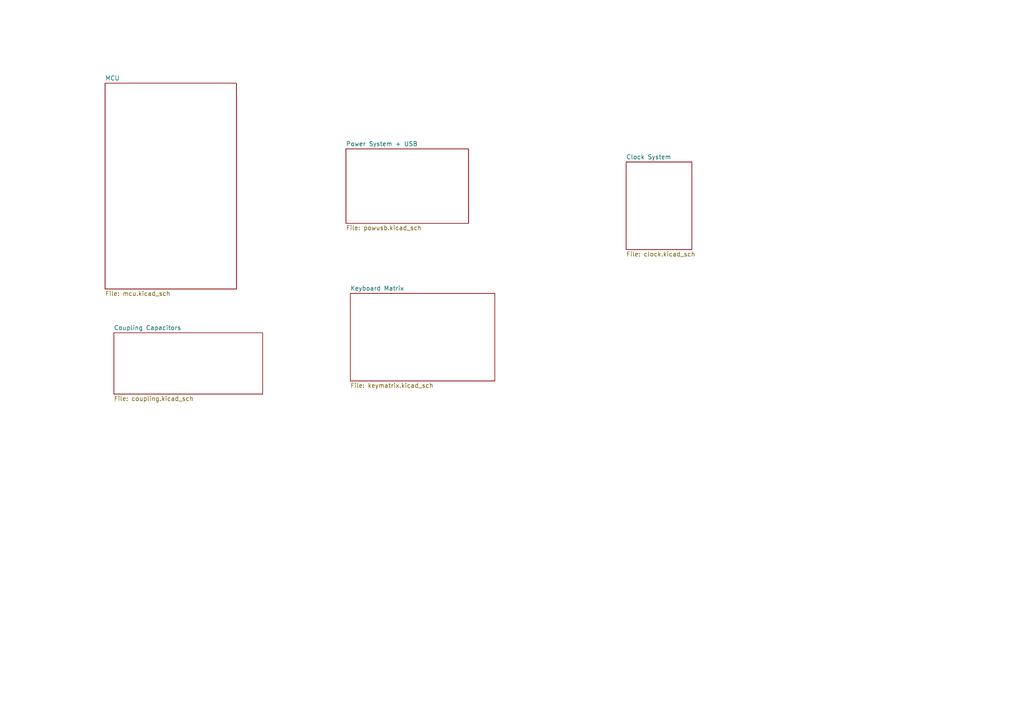
<source format=kicad_sch>
(kicad_sch
	(version 20250114)
	(generator "eeschema")
	(generator_version "9.0")
	(uuid "54b7e9cd-059c-4f85-969a-fc3ee3a9125c")
	(paper "A4")
	(lib_symbols)
	(sheet
		(at 30.48 24.13)
		(size 38.1 59.69)
		(exclude_from_sim no)
		(in_bom yes)
		(on_board yes)
		(dnp no)
		(fields_autoplaced yes)
		(stroke
			(width 0.1524)
			(type solid)
		)
		(fill
			(color 0 0 0 0.0000)
		)
		(uuid "038e4e53-a062-46ce-a5b7-38dde56ff71d")
		(property "Sheetname" "MCU"
			(at 30.48 23.4184 0)
			(effects
				(font
					(size 1.27 1.27)
				)
				(justify left bottom)
			)
		)
		(property "Sheetfile" "mcu.kicad_sch"
			(at 30.48 84.4046 0)
			(effects
				(font
					(size 1.27 1.27)
				)
				(justify left top)
			)
		)
		(instances
			(project "4x4macropad"
				(path "/54b7e9cd-059c-4f85-969a-fc3ee3a9125c"
					(page "2")
				)
			)
		)
	)
	(sheet
		(at 33.02 96.52)
		(size 43.18 17.78)
		(exclude_from_sim no)
		(in_bom yes)
		(on_board yes)
		(dnp no)
		(fields_autoplaced yes)
		(stroke
			(width 0.1524)
			(type solid)
		)
		(fill
			(color 0 0 0 0.0000)
		)
		(uuid "0c1a4777-2213-4963-b84a-89cb7cb92068")
		(property "Sheetname" "Coupling Capacitors"
			(at 33.02 95.8084 0)
			(effects
				(font
					(size 1.27 1.27)
				)
				(justify left bottom)
			)
		)
		(property "Sheetfile" "coupling.kicad_sch"
			(at 33.02 114.8846 0)
			(effects
				(font
					(size 1.27 1.27)
				)
				(justify left top)
			)
		)
		(instances
			(project "4x4macropad"
				(path "/54b7e9cd-059c-4f85-969a-fc3ee3a9125c"
					(page "6")
				)
			)
		)
	)
	(sheet
		(at 100.33 43.18)
		(size 35.56 21.59)
		(exclude_from_sim no)
		(in_bom yes)
		(on_board yes)
		(dnp no)
		(fields_autoplaced yes)
		(stroke
			(width 0.1524)
			(type solid)
		)
		(fill
			(color 0 0 0 0.0000)
		)
		(uuid "671c9353-27b9-4ecf-9a8c-f22abd9368cb")
		(property "Sheetname" "Power System + USB"
			(at 100.33 42.4684 0)
			(effects
				(font
					(size 1.27 1.27)
				)
				(justify left bottom)
			)
		)
		(property "Sheetfile" "powusb.kicad_sch"
			(at 100.33 65.3546 0)
			(effects
				(font
					(size 1.27 1.27)
				)
				(justify left top)
			)
		)
		(instances
			(project "4x4macropad"
				(path "/54b7e9cd-059c-4f85-969a-fc3ee3a9125c"
					(page "3")
				)
			)
		)
	)
	(sheet
		(at 101.6 85.09)
		(size 41.91 25.4)
		(exclude_from_sim no)
		(in_bom yes)
		(on_board yes)
		(dnp no)
		(fields_autoplaced yes)
		(stroke
			(width 0.1524)
			(type solid)
		)
		(fill
			(color 0 0 0 0.0000)
		)
		(uuid "912166b2-2fe5-4075-8b89-974d7c008f73")
		(property "Sheetname" "Keyboard Matrix"
			(at 101.6 84.3784 0)
			(effects
				(font
					(size 1.27 1.27)
				)
				(justify left bottom)
			)
		)
		(property "Sheetfile" "keymatrix.kicad_sch"
			(at 101.6 111.0746 0)
			(effects
				(font
					(size 1.27 1.27)
				)
				(justify left top)
			)
		)
		(instances
			(project "4x4macropad"
				(path "/54b7e9cd-059c-4f85-969a-fc3ee3a9125c"
					(page "4")
				)
			)
		)
	)
	(sheet
		(at 181.61 46.99)
		(size 19.05 25.4)
		(exclude_from_sim no)
		(in_bom yes)
		(on_board yes)
		(dnp no)
		(fields_autoplaced yes)
		(stroke
			(width 0.1524)
			(type solid)
		)
		(fill
			(color 0 0 0 0.0000)
		)
		(uuid "98b2b6e4-7911-47de-931a-77c4869c37ad")
		(property "Sheetname" "Clock System"
			(at 181.61 46.2784 0)
			(effects
				(font
					(size 1.27 1.27)
				)
				(justify left bottom)
			)
		)
		(property "Sheetfile" "clock.kicad_sch"
			(at 181.61 72.9746 0)
			(effects
				(font
					(size 1.27 1.27)
				)
				(justify left top)
			)
		)
		(instances
			(project "4x4macropad"
				(path "/54b7e9cd-059c-4f85-969a-fc3ee3a9125c"
					(page "5")
				)
			)
		)
	)
	(sheet_instances
		(path "/"
			(page "1")
		)
	)
	(embedded_fonts no)
)

</source>
